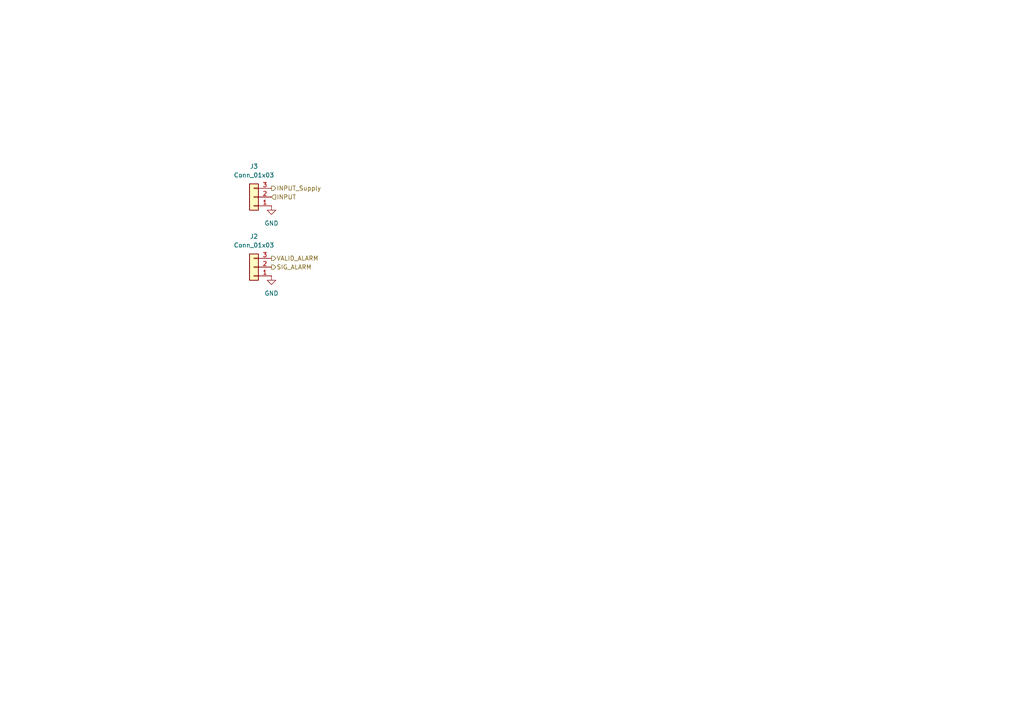
<source format=kicad_sch>
(kicad_sch
	(version 20231120)
	(generator "eeschema")
	(generator_version "8.0")
	(uuid "c57ea42b-7499-4865-83f6-d4e6261e822f")
	(paper "A4")
	(lib_symbols
		(symbol "Connector_Generic:Conn_01x03"
			(pin_names
				(offset 1.016) hide)
			(exclude_from_sim no)
			(in_bom yes)
			(on_board yes)
			(property "Reference" "J"
				(at 0 5.08 0)
				(effects
					(font
						(size 1.27 1.27)
					)
				)
			)
			(property "Value" "Conn_01x03"
				(at 0 -5.08 0)
				(effects
					(font
						(size 1.27 1.27)
					)
				)
			)
			(property "Footprint" ""
				(at 0 0 0)
				(effects
					(font
						(size 1.27 1.27)
					)
					(hide yes)
				)
			)
			(property "Datasheet" "~"
				(at 0 0 0)
				(effects
					(font
						(size 1.27 1.27)
					)
					(hide yes)
				)
			)
			(property "Description" "Generic connector, single row, 01x03, script generated (kicad-library-utils/schlib/autogen/connector/)"
				(at 0 0 0)
				(effects
					(font
						(size 1.27 1.27)
					)
					(hide yes)
				)
			)
			(property "ki_keywords" "connector"
				(at 0 0 0)
				(effects
					(font
						(size 1.27 1.27)
					)
					(hide yes)
				)
			)
			(property "ki_fp_filters" "Connector*:*_1x??_*"
				(at 0 0 0)
				(effects
					(font
						(size 1.27 1.27)
					)
					(hide yes)
				)
			)
			(symbol "Conn_01x03_1_1"
				(rectangle
					(start -1.27 -2.413)
					(end 0 -2.667)
					(stroke
						(width 0.1524)
						(type default)
					)
					(fill
						(type none)
					)
				)
				(rectangle
					(start -1.27 0.127)
					(end 0 -0.127)
					(stroke
						(width 0.1524)
						(type default)
					)
					(fill
						(type none)
					)
				)
				(rectangle
					(start -1.27 2.667)
					(end 0 2.413)
					(stroke
						(width 0.1524)
						(type default)
					)
					(fill
						(type none)
					)
				)
				(rectangle
					(start -1.27 3.81)
					(end 1.27 -3.81)
					(stroke
						(width 0.254)
						(type default)
					)
					(fill
						(type background)
					)
				)
				(pin passive line
					(at -5.08 2.54 0)
					(length 3.81)
					(name "Pin_1"
						(effects
							(font
								(size 1.27 1.27)
							)
						)
					)
					(number "1"
						(effects
							(font
								(size 1.27 1.27)
							)
						)
					)
				)
				(pin passive line
					(at -5.08 0 0)
					(length 3.81)
					(name "Pin_2"
						(effects
							(font
								(size 1.27 1.27)
							)
						)
					)
					(number "2"
						(effects
							(font
								(size 1.27 1.27)
							)
						)
					)
				)
				(pin passive line
					(at -5.08 -2.54 0)
					(length 3.81)
					(name "Pin_3"
						(effects
							(font
								(size 1.27 1.27)
							)
						)
					)
					(number "3"
						(effects
							(font
								(size 1.27 1.27)
							)
						)
					)
				)
			)
		)
		(symbol "power:GND"
			(power)
			(pin_numbers hide)
			(pin_names
				(offset 0) hide)
			(exclude_from_sim no)
			(in_bom yes)
			(on_board yes)
			(property "Reference" "#PWR"
				(at 0 -6.35 0)
				(effects
					(font
						(size 1.27 1.27)
					)
					(hide yes)
				)
			)
			(property "Value" "GND"
				(at 0 -3.81 0)
				(effects
					(font
						(size 1.27 1.27)
					)
				)
			)
			(property "Footprint" ""
				(at 0 0 0)
				(effects
					(font
						(size 1.27 1.27)
					)
					(hide yes)
				)
			)
			(property "Datasheet" ""
				(at 0 0 0)
				(effects
					(font
						(size 1.27 1.27)
					)
					(hide yes)
				)
			)
			(property "Description" "Power symbol creates a global label with name \"GND\" , ground"
				(at 0 0 0)
				(effects
					(font
						(size 1.27 1.27)
					)
					(hide yes)
				)
			)
			(property "ki_keywords" "global power"
				(at 0 0 0)
				(effects
					(font
						(size 1.27 1.27)
					)
					(hide yes)
				)
			)
			(symbol "GND_0_1"
				(polyline
					(pts
						(xy 0 0) (xy 0 -1.27) (xy 1.27 -1.27) (xy 0 -2.54) (xy -1.27 -1.27) (xy 0 -1.27)
					)
					(stroke
						(width 0)
						(type default)
					)
					(fill
						(type none)
					)
				)
			)
			(symbol "GND_1_1"
				(pin power_in line
					(at 0 0 270)
					(length 0)
					(name "~"
						(effects
							(font
								(size 1.27 1.27)
							)
						)
					)
					(number "1"
						(effects
							(font
								(size 1.27 1.27)
							)
						)
					)
				)
			)
		)
	)
	(hierarchical_label "VALID_ALARM"
		(shape output)
		(at 78.74 74.93 0)
		(effects
			(font
				(size 1.27 1.27)
			)
			(justify left)
		)
		(uuid "3a353533-ba38-4378-8f8d-f9cb3396a6ab")
	)
	(hierarchical_label "INPUT_Supply"
		(shape output)
		(at 78.74 54.61 0)
		(effects
			(font
				(size 1.27 1.27)
			)
			(justify left)
		)
		(uuid "9d01ba21-8757-4db9-8b43-8fdd7d46c949")
	)
	(hierarchical_label "INPUT"
		(shape input)
		(at 78.74 57.15 0)
		(effects
			(font
				(size 1.27 1.27)
			)
			(justify left)
		)
		(uuid "afe7510e-539b-47cb-9655-979d0755d69b")
	)
	(hierarchical_label "SIG_ALARM"
		(shape output)
		(at 78.74 77.47 0)
		(effects
			(font
				(size 1.27 1.27)
			)
			(justify left)
		)
		(uuid "b2aba566-1d7b-42ca-ae2e-d543cdefff9a")
	)
	(symbol
		(lib_id "Connector_Generic:Conn_01x03")
		(at 73.66 57.15 180)
		(unit 1)
		(exclude_from_sim no)
		(in_bom yes)
		(on_board yes)
		(dnp no)
		(fields_autoplaced yes)
		(uuid "115b25be-d7f1-44f9-aa4e-78391a690702")
		(property "Reference" "J3"
			(at 73.66 48.26 0)
			(effects
				(font
					(size 1.27 1.27)
				)
			)
		)
		(property "Value" "Conn_01x03"
			(at 73.66 50.8 0)
			(effects
				(font
					(size 1.27 1.27)
				)
			)
		)
		(property "Footprint" "Connector_JST:JST_EH_S3B-EH_1x03_P2.50mm_Horizontal"
			(at 73.66 57.15 0)
			(effects
				(font
					(size 1.27 1.27)
				)
				(hide yes)
			)
		)
		(property "Datasheet" "~"
			(at 73.66 57.15 0)
			(effects
				(font
					(size 1.27 1.27)
				)
				(hide yes)
			)
		)
		(property "Description" "Generic connector, single row, 01x03, script generated (kicad-library-utils/schlib/autogen/connector/)"
			(at 73.66 57.15 0)
			(effects
				(font
					(size 1.27 1.27)
				)
				(hide yes)
			)
		)
		(pin "3"
			(uuid "f5ebcd24-7a1a-4b0c-87cf-81b9a044bc09")
		)
		(pin "2"
			(uuid "bae94e87-92bc-48ab-a86d-cbf857df0fef")
		)
		(pin "1"
			(uuid "e73cc076-07c5-4d2e-902a-8150d8c6528b")
		)
		(instances
			(project "Alarm Control System"
				(path "/2e9feef3-d2ce-488a-99fa-e1de5099ffc3/39fa4907-1b33-4a63-a82f-4a7cc2cfc181"
					(reference "J3")
					(unit 1)
				)
			)
		)
	)
	(symbol
		(lib_id "power:GND")
		(at 78.74 59.69 0)
		(unit 1)
		(exclude_from_sim no)
		(in_bom yes)
		(on_board yes)
		(dnp no)
		(fields_autoplaced yes)
		(uuid "79effb00-834a-4ec7-ab15-ab0057017a9b")
		(property "Reference" "#PWR01"
			(at 78.74 66.04 0)
			(effects
				(font
					(size 1.27 1.27)
				)
				(hide yes)
			)
		)
		(property "Value" "GND"
			(at 78.74 64.77 0)
			(effects
				(font
					(size 1.27 1.27)
				)
			)
		)
		(property "Footprint" ""
			(at 78.74 59.69 0)
			(effects
				(font
					(size 1.27 1.27)
				)
				(hide yes)
			)
		)
		(property "Datasheet" ""
			(at 78.74 59.69 0)
			(effects
				(font
					(size 1.27 1.27)
				)
				(hide yes)
			)
		)
		(property "Description" "Power symbol creates a global label with name \"GND\" , ground"
			(at 78.74 59.69 0)
			(effects
				(font
					(size 1.27 1.27)
				)
				(hide yes)
			)
		)
		(pin "1"
			(uuid "36681d24-4d1d-49a7-8cd9-d2aca12a37b1")
		)
		(instances
			(project "Alarm Control System"
				(path "/2e9feef3-d2ce-488a-99fa-e1de5099ffc3/39fa4907-1b33-4a63-a82f-4a7cc2cfc181"
					(reference "#PWR01")
					(unit 1)
				)
			)
		)
	)
	(symbol
		(lib_id "Connector_Generic:Conn_01x03")
		(at 73.66 77.47 180)
		(unit 1)
		(exclude_from_sim no)
		(in_bom yes)
		(on_board yes)
		(dnp no)
		(fields_autoplaced yes)
		(uuid "94db82ad-23dd-48f9-afc3-0d2fe3241be9")
		(property "Reference" "J2"
			(at 73.66 68.58 0)
			(effects
				(font
					(size 1.27 1.27)
				)
			)
		)
		(property "Value" "Conn_01x03"
			(at 73.66 71.12 0)
			(effects
				(font
					(size 1.27 1.27)
				)
			)
		)
		(property "Footprint" "Connector_JST:JST_EH_S3B-EH_1x03_P2.50mm_Horizontal"
			(at 73.66 77.47 0)
			(effects
				(font
					(size 1.27 1.27)
				)
				(hide yes)
			)
		)
		(property "Datasheet" "~"
			(at 73.66 77.47 0)
			(effects
				(font
					(size 1.27 1.27)
				)
				(hide yes)
			)
		)
		(property "Description" "Generic connector, single row, 01x03, script generated (kicad-library-utils/schlib/autogen/connector/)"
			(at 73.66 77.47 0)
			(effects
				(font
					(size 1.27 1.27)
				)
				(hide yes)
			)
		)
		(pin "3"
			(uuid "c5d201a2-dd05-47fe-a0dd-cba10f2a6954")
		)
		(pin "2"
			(uuid "c04c5571-a35a-4a5c-b9df-44a08b1ed4d2")
		)
		(pin "1"
			(uuid "6b10e4d4-c8a3-48e4-b963-f875f074ecb4")
		)
		(instances
			(project ""
				(path "/2e9feef3-d2ce-488a-99fa-e1de5099ffc3/39fa4907-1b33-4a63-a82f-4a7cc2cfc181"
					(reference "J2")
					(unit 1)
				)
			)
		)
	)
	(symbol
		(lib_id "power:GND")
		(at 78.74 80.01 0)
		(unit 1)
		(exclude_from_sim no)
		(in_bom yes)
		(on_board yes)
		(dnp no)
		(fields_autoplaced yes)
		(uuid "b97ea015-8119-4b69-9984-4dae5c005210")
		(property "Reference" "#PWR02"
			(at 78.74 86.36 0)
			(effects
				(font
					(size 1.27 1.27)
				)
				(hide yes)
			)
		)
		(property "Value" "GND"
			(at 78.74 85.09 0)
			(effects
				(font
					(size 1.27 1.27)
				)
			)
		)
		(property "Footprint" ""
			(at 78.74 80.01 0)
			(effects
				(font
					(size 1.27 1.27)
				)
				(hide yes)
			)
		)
		(property "Datasheet" ""
			(at 78.74 80.01 0)
			(effects
				(font
					(size 1.27 1.27)
				)
				(hide yes)
			)
		)
		(property "Description" "Power symbol creates a global label with name \"GND\" , ground"
			(at 78.74 80.01 0)
			(effects
				(font
					(size 1.27 1.27)
				)
				(hide yes)
			)
		)
		(pin "1"
			(uuid "b5af7c7a-2306-4e67-bb96-9c6e00213936")
		)
		(instances
			(project "Alarm Control System"
				(path "/2e9feef3-d2ce-488a-99fa-e1de5099ffc3/39fa4907-1b33-4a63-a82f-4a7cc2cfc181"
					(reference "#PWR02")
					(unit 1)
				)
			)
		)
	)
)

</source>
